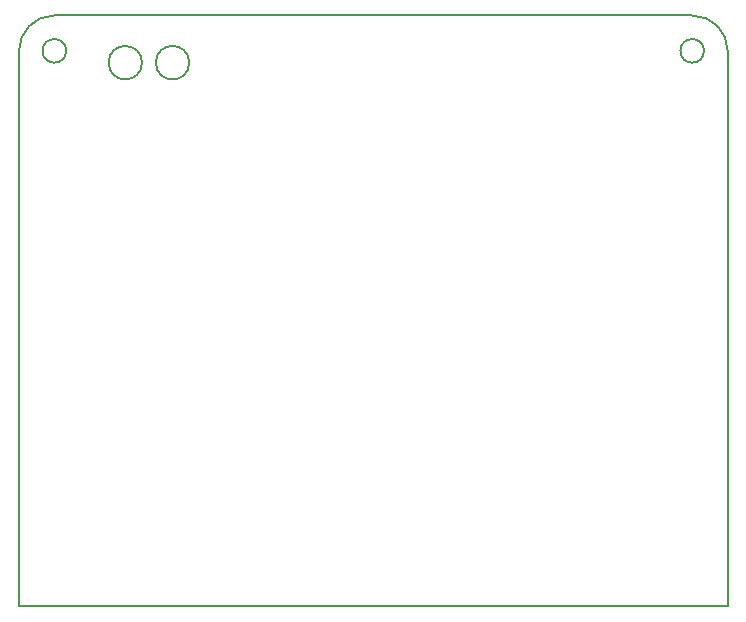
<source format=gbr>
G04 #@! TF.GenerationSoftware,KiCad,Pcbnew,(2017-08-18 revision 6be2f2934)-master*
G04 #@! TF.CreationDate,2017-08-19T20:32:53-06:00*
G04 #@! TF.ProjectId,tone,746F6E652E6B696361645F7063620000,rev?*
G04 #@! TF.SameCoordinates,Original*
G04 #@! TF.FileFunction,Profile,NP*
%FSLAX46Y46*%
G04 Gerber Fmt 4.6, Leading zero omitted, Abs format (unit mm)*
G04 Created by KiCad (PCBNEW (2017-08-18 revision 6be2f2934)-master) date Sat Aug 19 20:32:53 2017*
%MOMM*%
%LPD*%
G01*
G04 APERTURE LIST*
%ADD10C,0.150000*%
%ADD11C,0.200000*%
G04 APERTURE END LIST*
D10*
X57000000Y0D02*
G75*
G02X60000000Y-3000000I0J-3000000D01*
G01*
X0Y-3000000D02*
G75*
G02X3000000Y0I3000000J0D01*
G01*
D11*
X10414214Y-4000000D02*
G75*
G03X10414214Y-4000000I-1414214J0D01*
G01*
X14414214Y-4000000D02*
G75*
G03X14414214Y-4000000I-1414214J0D01*
G01*
X58000000Y-3000000D02*
G75*
G03X58000000Y-3000000I-1000000J0D01*
G01*
X4000000Y-3000000D02*
G75*
G03X4000000Y-3000000I-1000000J0D01*
G01*
X0Y-50000000D02*
X0Y-3000000D01*
X60000000Y-50000000D02*
X0Y-50000000D01*
X60000000Y-3000000D02*
X60000000Y-50000000D01*
X3000000Y0D02*
X57000000Y0D01*
M02*

</source>
